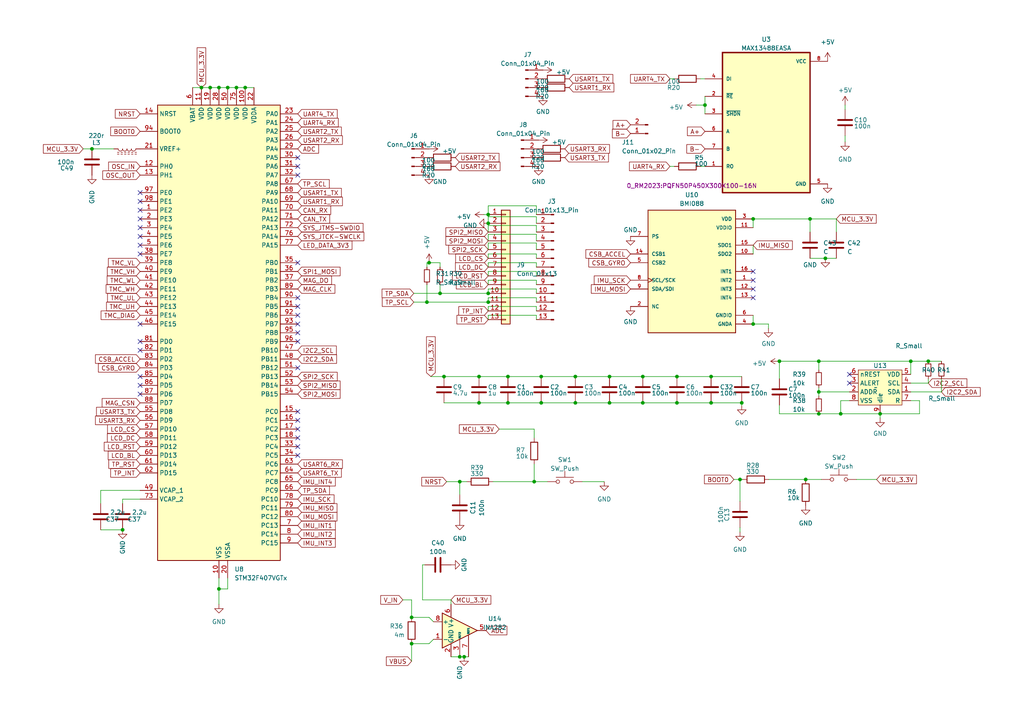
<source format=kicad_sch>
(kicad_sch (version 20230121) (generator eeschema)
  (paper "A4")
  (junction (at 60.96 25.4))
  (junction (at 233.68 139.065))
  (junction (at 138.938 109.22))
  (junction (at 141.605 85.09))
  (junction (at 133.35 139.7))
  (junction (at 243.84 120.015))
  (junction (at 234.95 63.5))
  (junction (at 35.56 153.67))
  (junction (at 166.878 116.84))
  (junction (at 218.44 93.98))
  (junction (at 206.248 116.84))
  (junction (at 68.58 25.4))
  (junction (at 214.63 139.065))
  (junction (at 66.04 25.4))
  (junction (at 71.12 25.4))
  (junction (at 237.49 120.015))
  (junction (at 63.5 25.4))
  (junction (at 147.32 109.22))
  (junction (at 166.878 109.22))
  (junction (at 154.94 139.7))
  (junction (at 196.342 116.84))
  (junction (at 123.825 87.63))
  (junction (at 26.67 43.18))
  (junction (at 141.605 87.63))
  (junction (at 58.42 25.4))
  (junction (at 127.635 85.09))
  (junction (at 264.16 104.775))
  (junction (at 119.38 179.07))
  (junction (at 186.436 116.84))
  (junction (at 133.35 190.5))
  (junction (at 128.778 109.22))
  (junction (at 226.06 104.775))
  (junction (at 156.972 109.22))
  (junction (at 269.24 104.775))
  (junction (at 239.395 74.93))
  (junction (at 119.38 186.69))
  (junction (at 141.605 64.77))
  (junction (at 138.938 116.84))
  (junction (at 206.248 109.22))
  (junction (at 63.5 170.815))
  (junction (at 124.46 76.2))
  (junction (at 147.32 116.84))
  (junction (at 237.49 104.775))
  (junction (at 134.62 190.5))
  (junction (at 255.27 120.015))
  (junction (at 141.605 62.23))
  (junction (at 176.784 116.84))
  (junction (at 215.138 116.84))
  (junction (at 176.784 109.22))
  (junction (at 196.342 109.22))
  (junction (at 218.44 63.5))
  (junction (at 237.49 113.665))
  (junction (at 204.47 30.48))
  (junction (at 156.972 116.84))
  (junction (at 186.436 109.22))
  (no_connect (at 86.36 86.36))
  (no_connect (at 86.36 45.72))
  (no_connect (at 40.64 58.42))
  (no_connect (at 40.64 63.5))
  (no_connect (at 40.64 71.12))
  (no_connect (at 218.44 78.74))
  (no_connect (at 40.64 99.06))
  (no_connect (at 218.44 86.36))
  (no_connect (at 40.64 101.6))
  (no_connect (at 86.36 76.2))
  (no_connect (at 86.36 99.06))
  (no_connect (at 246.38 111.125))
  (no_connect (at 86.36 121.92))
  (no_connect (at 86.36 129.54))
  (no_connect (at 246.38 108.585))
  (no_connect (at 86.36 91.44))
  (no_connect (at 218.44 81.28))
  (no_connect (at 40.64 66.04))
  (no_connect (at 40.64 93.98))
  (no_connect (at 218.44 83.82))
  (no_connect (at 86.36 119.38))
  (no_connect (at 86.36 132.08))
  (no_connect (at 40.64 55.88))
  (no_connect (at 40.64 73.66))
  (no_connect (at 86.36 50.8))
  (no_connect (at 40.64 68.58))
  (no_connect (at 40.64 60.96))
  (no_connect (at 40.64 109.22))
  (no_connect (at 86.36 96.52))
  (no_connect (at 40.64 114.3))
  (no_connect (at 86.36 88.9))
  (no_connect (at 86.36 93.98))
  (no_connect (at 40.64 111.76))
  (no_connect (at 86.36 106.68))
  (no_connect (at 86.36 48.26))
  (no_connect (at 86.36 127))
  (no_connect (at 86.36 124.46))
  (wire (pts (xy 119.38 179.07) (xy 124.46 179.07)))
  (wire (pts (xy 141.605 91.44) (xy 155.575 91.44)))
  (wire (pts (xy 138.938 116.84) (xy 147.32 116.84)))
  (wire (pts (xy 203.2 48.26) (xy 204.47 48.26)))
  (wire (pts (xy 255.27 120.015) (xy 243.84 120.015)))
  (wire (pts (xy 140.335 62.23) (xy 141.605 62.23)))
  (wire (pts (xy 155.575 70.485) (xy 155.575 72.39)))
  (wire (pts (xy 155.575 78.74) (xy 155.575 80.01)))
  (wire (pts (xy 141.605 70.485) (xy 155.575 70.485)))
  (wire (pts (xy 119.38 186.69) (xy 119.38 191.77)))
  (wire (pts (xy 130.81 190.5) (xy 133.35 190.5)))
  (wire (pts (xy 155.575 81.28) (xy 155.575 82.55)))
  (wire (pts (xy 266.7 120.015) (xy 266.7 116.205)))
  (wire (pts (xy 226.06 120.015) (xy 237.49 120.015)))
  (wire (pts (xy 123.825 87.63) (xy 141.605 87.63)))
  (wire (pts (xy 269.24 111.125) (xy 269.24 109.855)))
  (wire (pts (xy 123.825 82.55) (xy 123.825 87.63)))
  (wire (pts (xy 120.015 87.63) (xy 123.825 87.63)))
  (wire (pts (xy 264.16 111.125) (xy 269.24 111.125)))
  (wire (pts (xy 141.605 81.28) (xy 155.575 81.28)))
  (wire (pts (xy 141.605 73.66) (xy 155.575 73.66)))
  (wire (pts (xy 35.56 144.78) (xy 40.64 144.78)))
  (wire (pts (xy 124.968 109.22) (xy 128.778 109.22)))
  (wire (pts (xy 127.635 82.55) (xy 127.635 85.09)))
  (wire (pts (xy 147.32 109.22) (xy 156.972 109.22)))
  (wire (pts (xy 71.12 25.4) (xy 73.66 25.4)))
  (wire (pts (xy 264.16 104.775) (xy 264.16 108.585)))
  (wire (pts (xy 141.605 62.23) (xy 141.605 59.69)))
  (wire (pts (xy 237.49 104.775) (xy 264.16 104.775)))
  (wire (pts (xy 63.5 175.26) (xy 63.5 170.815)))
  (wire (pts (xy 128.778 109.22) (xy 138.938 109.22)))
  (wire (pts (xy 122.555 173.99) (xy 122.555 163.83)))
  (wire (pts (xy 194.31 48.26) (xy 195.58 48.26)))
  (wire (pts (xy 24.13 43.18) (xy 26.67 43.18)))
  (wire (pts (xy 206.248 116.84) (xy 215.138 116.84)))
  (wire (pts (xy 144.78 124.46) (xy 154.94 124.46)))
  (wire (pts (xy 201.93 30.48) (xy 204.47 30.48)))
  (wire (pts (xy 68.58 25.4) (xy 71.12 25.4)))
  (wire (pts (xy 155.575 86.36) (xy 155.575 87.63)))
  (wire (pts (xy 155.575 88.9) (xy 141.605 88.9)))
  (wire (pts (xy 242.57 63.5) (xy 242.57 67.31)))
  (wire (pts (xy 155.575 90.17) (xy 155.575 88.9)))
  (wire (pts (xy 239.395 74.93) (xy 242.57 74.93)))
  (wire (pts (xy 141.605 80.01) (xy 141.605 78.74)))
  (wire (pts (xy 245.11 30.48) (xy 245.11 31.75)))
  (wire (pts (xy 127.635 76.2) (xy 127.635 77.47)))
  (wire (pts (xy 237.49 112.395) (xy 237.49 113.665)))
  (wire (pts (xy 120.015 85.09) (xy 127.635 85.09)))
  (wire (pts (xy 130.81 173.99) (xy 122.555 173.99)))
  (wire (pts (xy 237.49 120.015) (xy 243.84 120.015)))
  (wire (pts (xy 264.16 113.665) (xy 273.05 113.665)))
  (wire (pts (xy 155.575 85.09) (xy 155.575 83.82)))
  (wire (pts (xy 218.44 71.12) (xy 218.44 73.66)))
  (wire (pts (xy 166.878 116.84) (xy 156.972 116.84)))
  (wire (pts (xy 147.32 116.84) (xy 156.972 116.84)))
  (wire (pts (xy 35.56 146.05) (xy 35.56 144.78)))
  (wire (pts (xy 166.878 109.22) (xy 176.784 109.22)))
  (wire (pts (xy 168.91 139.7) (xy 175.26 139.7)))
  (wire (pts (xy 234.95 74.93) (xy 239.395 74.93)))
  (wire (pts (xy 58.42 25.4) (xy 60.96 25.4)))
  (wire (pts (xy 141.605 62.865) (xy 155.575 62.865)))
  (wire (pts (xy 141.605 92.71) (xy 141.605 91.44)))
  (wire (pts (xy 214.63 145.415) (xy 214.63 139.065)))
  (wire (pts (xy 55.88 25.4) (xy 58.42 25.4)))
  (wire (pts (xy 133.35 139.7) (xy 135.382 139.7)))
  (wire (pts (xy 129.54 139.7) (xy 133.35 139.7)))
  (wire (pts (xy 154.94 134.62) (xy 154.94 139.7)))
  (wire (pts (xy 116.84 173.99) (xy 119.38 173.99)))
  (wire (pts (xy 124.46 76.2) (xy 123.825 76.2)))
  (wire (pts (xy 60.96 25.4) (xy 63.5 25.4)))
  (wire (pts (xy 248.412 139.065) (xy 254.254 139.065)))
  (wire (pts (xy 155.575 76.2) (xy 141.605 76.2)))
  (wire (pts (xy 141.605 69.85) (xy 141.605 67.945)))
  (wire (pts (xy 212.852 139.065) (xy 214.63 139.065)))
  (wire (pts (xy 214.63 154.305) (xy 214.63 153.035)))
  (wire (pts (xy 196.342 116.84) (xy 206.248 116.84)))
  (wire (pts (xy 215.138 117.602) (xy 215.138 116.84)))
  (wire (pts (xy 218.44 63.5) (xy 218.44 66.04)))
  (wire (pts (xy 237.49 113.665) (xy 246.38 113.665)))
  (wire (pts (xy 141.605 78.74) (xy 155.575 78.74)))
  (wire (pts (xy 141.605 74.93) (xy 141.605 73.66)))
  (wire (pts (xy 273.05 113.665) (xy 273.05 109.855)))
  (wire (pts (xy 186.436 109.22) (xy 196.342 109.22)))
  (wire (pts (xy 29.21 153.67) (xy 35.56 153.67)))
  (wire (pts (xy 66.04 25.4) (xy 68.58 25.4)))
  (wire (pts (xy 155.575 65.405) (xy 155.575 67.31)))
  (wire (pts (xy 176.784 116.84) (xy 166.878 116.84)))
  (wire (pts (xy 155.575 83.82) (xy 141.605 83.82)))
  (wire (pts (xy 176.784 109.22) (xy 186.436 109.22)))
  (wire (pts (xy 237.49 114.935) (xy 237.49 113.665)))
  (wire (pts (xy 226.06 104.775) (xy 237.49 104.775)))
  (wire (pts (xy 222.885 93.98) (xy 222.885 95.25)))
  (wire (pts (xy 154.94 139.7) (xy 158.75 139.7)))
  (wire (pts (xy 264.16 116.205) (xy 266.7 116.205)))
  (wire (pts (xy 119.38 173.99) (xy 119.38 179.07)))
  (wire (pts (xy 122.555 163.83) (xy 123.19 163.83)))
  (wire (pts (xy 218.44 63.5) (xy 234.95 63.5)))
  (wire (pts (xy 226.06 117.475) (xy 226.06 120.015)))
  (wire (pts (xy 226.06 104.775) (xy 226.06 109.855)))
  (wire (pts (xy 63.5 170.815) (xy 63.5 167.64)))
  (wire (pts (xy 127.635 85.09) (xy 141.605 85.09)))
  (wire (pts (xy 26.67 43.18) (xy 33.02 43.18)))
  (wire (pts (xy 255.27 121.285) (xy 255.27 120.015)))
  (wire (pts (xy 243.84 120.015) (xy 243.84 116.205)))
  (wire (pts (xy 206.248 109.22) (xy 215.138 109.22)))
  (wire (pts (xy 141.605 67.945) (xy 155.575 67.945)))
  (wire (pts (xy 203.2 22.86) (xy 204.47 22.86)))
  (wire (pts (xy 143.002 139.7) (xy 154.94 139.7)))
  (wire (pts (xy 155.575 59.69) (xy 155.575 62.23)))
  (wire (pts (xy 242.57 63.5) (xy 234.95 63.5)))
  (wire (pts (xy 141.605 59.69) (xy 155.575 59.69)))
  (wire (pts (xy 125.73 180.34) (xy 124.46 179.07)))
  (wire (pts (xy 234.95 63.5) (xy 234.95 67.31)))
  (wire (pts (xy 128.778 116.84) (xy 138.938 116.84)))
  (wire (pts (xy 119.38 186.69) (xy 124.46 186.69)))
  (wire (pts (xy 138.938 109.22) (xy 147.32 109.22)))
  (wire (pts (xy 125.73 185.42) (xy 124.46 186.69)))
  (wire (pts (xy 141.605 82.55) (xy 141.605 81.28)))
  (wire (pts (xy 130.81 173.99) (xy 130.81 175.26)))
  (wire (pts (xy 156.972 109.22) (xy 166.878 109.22)))
  (wire (pts (xy 141.605 76.2) (xy 141.605 77.47)))
  (wire (pts (xy 66.04 170.815) (xy 63.5 170.815)))
  (wire (pts (xy 214.63 139.065) (xy 215.392 139.065)))
  (wire (pts (xy 66.04 167.64) (xy 66.04 170.815)))
  (wire (pts (xy 29.21 142.24) (xy 40.64 142.24)))
  (wire (pts (xy 155.575 62.865) (xy 155.575 64.77)))
  (wire (pts (xy 233.68 139.065) (xy 238.252 139.065)))
  (wire (pts (xy 264.16 104.775) (xy 269.24 104.775)))
  (wire (pts (xy 29.21 146.05) (xy 29.21 142.24)))
  (wire (pts (xy 223.012 139.065) (xy 233.68 139.065)))
  (wire (pts (xy 269.24 104.775) (xy 273.05 104.775)))
  (wire (pts (xy 141.605 67.31) (xy 141.605 65.405)))
  (wire (pts (xy 243.84 116.205) (xy 246.38 116.205)))
  (wire (pts (xy 63.5 25.4) (xy 66.04 25.4)))
  (wire (pts (xy 155.575 67.945) (xy 155.575 69.85)))
  (wire (pts (xy 141.605 87.63) (xy 141.605 86.36)))
  (wire (pts (xy 245.11 39.37) (xy 245.11 41.148)))
  (wire (pts (xy 255.27 120.015) (xy 266.7 120.015)))
  (wire (pts (xy 133.35 139.7) (xy 133.35 143.51)))
  (wire (pts (xy 196.342 116.84) (xy 186.436 116.84)))
  (wire (pts (xy 196.342 109.22) (xy 206.248 109.22)))
  (wire (pts (xy 204.47 30.48) (xy 204.47 33.02)))
  (wire (pts (xy 194.31 22.86) (xy 195.58 22.86)))
  (wire (pts (xy 141.605 88.9) (xy 141.605 90.17)))
  (wire (pts (xy 134.62 190.5) (xy 135.89 190.5)))
  (wire (pts (xy 127.635 76.2) (xy 124.46 76.2)))
  (wire (pts (xy 204.47 27.94) (xy 204.47 30.48)))
  (wire (pts (xy 141.605 86.36) (xy 155.575 86.36)))
  (wire (pts (xy 218.44 91.44) (xy 218.44 93.98)))
  (wire (pts (xy 141.605 65.405) (xy 155.575 65.405)))
  (wire (pts (xy 155.575 91.44) (xy 155.575 92.71)))
  (wire (pts (xy 218.44 93.98) (xy 222.885 93.98)))
  (wire (pts (xy 123.825 76.2) (xy 123.825 77.47)))
  (wire (pts (xy 133.35 190.5) (xy 134.62 190.5)))
  (wire (pts (xy 141.605 64.77) (xy 141.605 62.865)))
  (wire (pts (xy 155.575 73.66) (xy 155.575 74.93)))
  (wire (pts (xy 186.436 116.84) (xy 176.784 116.84)))
  (wire (pts (xy 141.605 72.39) (xy 141.605 70.485)))
  (wire (pts (xy 237.49 104.775) (xy 237.49 107.315)))
  (wire (pts (xy 154.94 124.46) (xy 154.94 127)))
  (wire (pts (xy 141.605 83.82) (xy 141.605 85.09)))
  (wire (pts (xy 155.575 77.47) (xy 155.575 76.2)))
  (global_label "MAG_DO" (shape input) (at 86.36 81.28 0) (property "Intersheetrefs" "${INTERSHEET_REFS}" (effects hide)))
  (global_label "CSB_GYRO" (shape input) (at 182.88 76.2 180) (property "Intersheetrefs" "${INTERSHEET_REFS}" (effects hide)))
  (global_label "TMC_WH" (shape input) (at 40.64 83.82 180) (property "Intersheetrefs" "${INTERSHEET_REFS}" (effects hide)))
  (global_label "MCU_3.3V" (shape input) (at 144.78 124.46 180) (property "Intersheetrefs" "${INTERSHEET_REFS}" (effects hide)))
  (global_label "TMC_DIAG" (shape input) (at 40.64 91.44 180) (property "Intersheetrefs" "${INTERSHEET_REFS}" (effects hide)))
  (global_label "I2C2_SCL" (shape input) (at 269.24 111.125 0) (property "Intersheetrefs" "${INTERSHEET_REFS}" (effects hide)))
  (global_label "MCU_3.3V" (shape input) (at 242.57 63.5 0) (property "Intersheetrefs" "${INTERSHEET_REFS}" (effects hide)))
  (global_label "USART2_RX" (shape input) (at 86.36 40.64 0) (property "Intersheetrefs" "${INTERSHEET_REFS}" (effects hide)))
  (global_label "USART1_RX" (shape input) (at 165.1 25.4 0) (property "Intersheetrefs" "${INTERSHEET_REFS}" (effects hide)))
  (global_label "TP_INT" (shape input) (at 40.64 137.16 180) (property "Intersheetrefs" "${INTERSHEET_REFS}" (effects hide)))
  (global_label "IMU_INT4" (shape input) (at 86.36 139.7 0) (property "Intersheetrefs" "${INTERSHEET_REFS}" (effects hide)))
  (global_label "I2C2_SCL" (shape input) (at 86.36 101.6 0) (property "Intersheetrefs" "${INTERSHEET_REFS}" (effects hide)))
  (global_label "TMC_WL" (shape input) (at 40.64 81.28 180) (property "Intersheetrefs" "${INTERSHEET_REFS}" (effects hide)))
  (global_label "LCD_DC" (shape input) (at 40.64 127 180) (property "Intersheetrefs" "${INTERSHEET_REFS}" (effects hide)))
  (global_label "IMU_MOSI" (shape input) (at 182.88 83.82 180) (property "Intersheetrefs" "${INTERSHEET_REFS}" (effects hide)))
  (global_label "A+" (shape input) (at 204.47 38.1 180) (property "Intersheetrefs" "${INTERSHEET_REFS}" (effects hide)))
  (global_label "NRST" (shape input) (at 40.64 33.02 180) (property "Intersheetrefs" "${INTERSHEET_REFS}" (effects hide)))
  (global_label "SPI2_MISO" (shape input) (at 141.605 67.31 180) (property "Intersheetrefs" "${INTERSHEET_REFS}" (effects hide)))
  (global_label "SPI2_MOSI" (shape input) (at 141.605 69.85 180) (property "Intersheetrefs" "${INTERSHEET_REFS}" (effects hide)))
  (global_label "USART2_RX" (shape input) (at 132.08 48.26 0) (property "Intersheetrefs" "${INTERSHEET_REFS}" (effects hide)))
  (global_label "TMC_VL" (shape input) (at 40.64 76.2 180) (property "Intersheetrefs" "${INTERSHEET_REFS}" (effects hide)))
  (global_label "IMU_MOSI" (shape input) (at 86.36 149.86 0) (property "Intersheetrefs" "${INTERSHEET_REFS}" (effects hide)))
  (global_label "MAG_CLK" (shape input) (at 86.36 83.82 0) (property "Intersheetrefs" "${INTERSHEET_REFS}" (effects hide)))
  (global_label "SPI1_MOSI" (shape input) (at 86.36 78.74 0) (property "Intersheetrefs" "${INTERSHEET_REFS}" (effects hide)))
  (global_label "BOOT0" (shape input) (at 40.64 38.1 180) (property "Intersheetrefs" "${INTERSHEET_REFS}" (effects hide)))
  (global_label "CSB_ACCEL" (shape input) (at 40.64 104.14 180) (property "Intersheetrefs" "${INTERSHEET_REFS}" (effects hide)))
  (global_label "LCD_RST" (shape input) (at 40.64 129.54 180) (property "Intersheetrefs" "${INTERSHEET_REFS}" (effects hide)))
  (global_label "VBUS" (shape input) (at 119.38 191.77 180) (property "Intersheetrefs" "${INTERSHEET_REFS}" (effects hide)))
  (global_label "TP_SDA" (shape input) (at 120.015 85.09 180) (property "Intersheetrefs" "${INTERSHEET_REFS}" (effects hide)))
  (global_label "IMU_MISO" (shape input) (at 218.44 71.12 0) (property "Intersheetrefs" "${INTERSHEET_REFS}" (effects hide)))
  (global_label "B-" (shape input) (at 182.88 38.735 180) (property "Intersheetrefs" "${INTERSHEET_REFS}" (effects hide)))
  (global_label "CAN_RX" (shape input) (at 86.36 60.96 0) (property "Intersheetrefs" "${INTERSHEET_REFS}" (effects hide)))
  (global_label "USART2_TX" (shape input) (at 132.08 45.72 0) (property "Intersheetrefs" "${INTERSHEET_REFS}" (effects hide)))
  (global_label "USART3_TX" (shape input) (at 163.83 45.72 0) (property "Intersheetrefs" "${INTERSHEET_REFS}" (effects hide)))
  (global_label "TP_SCL" (shape input) (at 86.36 53.34 0) (property "Intersheetrefs" "${INTERSHEET_REFS}" (effects hide)))
  (global_label "USART3_RX" (shape input) (at 40.64 121.92 180) (property "Intersheetrefs" "${INTERSHEET_REFS}" (effects hide)))
  (global_label "SPI2_SCK" (shape input) (at 141.605 72.39 180) (property "Intersheetrefs" "${INTERSHEET_REFS}" (effects hide)))
  (global_label "TP_RST" (shape input) (at 141.605 92.71 180) (property "Intersheetrefs" "${INTERSHEET_REFS}" (effects hide)))
  (global_label "SYS_JTMS-SWDIO" (shape input) (at 86.36 66.04 0) (property "Intersheetrefs" "${INTERSHEET_REFS}" (effects hide)))
  (global_label "LCD_CS" (shape input) (at 40.64 124.46 180) (property "Intersheetrefs" "${INTERSHEET_REFS}" (effects hide)))
  (global_label "SPI2_MOSI" (shape input) (at 86.36 114.3 0) (property "Intersheetrefs" "${INTERSHEET_REFS}" (effects hide)))
  (global_label "USART1_RX" (shape input) (at 86.36 58.42 0) (property "Intersheetrefs" "${INTERSHEET_REFS}" (effects hide)))
  (global_label "IMU_MISO" (shape input) (at 86.36 147.32 0) (property "Intersheetrefs" "${INTERSHEET_REFS}" (effects hide)))
  (global_label "UART4_TX" (shape input) (at 194.31 22.86 180) (property "Intersheetrefs" "${INTERSHEET_REFS}" (effects hide)))
  (global_label "USART6_TX" (shape input) (at 86.36 137.16 0) (property "Intersheetrefs" "${INTERSHEET_REFS}" (effects hide)))
  (global_label "A+" (shape input) (at 182.88 36.195 180) (property "Intersheetrefs" "${INTERSHEET_REFS}" (effects hide)))
  (global_label "B-" (shape input) (at 204.47 43.18 180) (property "Intersheetrefs" "${INTERSHEET_REFS}" (effects hide)))
  (global_label "TMC_UL" (shape input) (at 40.64 86.36 180) (property "Intersheetrefs" "${INTERSHEET_REFS}" (effects hide)))
  (global_label "IMU_INT1" (shape input) (at 86.36 152.4 0) (property "Intersheetrefs" "${INTERSHEET_REFS}" (effects hide)))
  (global_label "UART4_RX" (shape input) (at 194.31 48.26 180) (property "Intersheetrefs" "${INTERSHEET_REFS}" (effects hide)))
  (global_label "TP_INT" (shape input) (at 141.605 90.17 180) (property "Intersheetrefs" "${INTERSHEET_REFS}" (effects hide)))
  (global_label "LCD_RST" (shape input) (at 141.605 80.01 180) (property "Intersheetrefs" "${INTERSHEET_REFS}" (effects hide)))
  (global_label "IMU_SCK" (shape input) (at 182.88 81.28 180) (property "Intersheetrefs" "${INTERSHEET_REFS}" (effects hide)))
  (global_label "NRST" (shape input) (at 129.54 139.7 180) (property "Intersheetrefs" "${INTERSHEET_REFS}" (effects hide)))
  (global_label "USART3_RX" (shape input) (at 163.83 43.18 0) (property "Intersheetrefs" "${INTERSHEET_REFS}" (effects hide)))
  (global_label "CAN_TX" (shape input) (at 86.36 63.5 0) (property "Intersheetrefs" "${INTERSHEET_REFS}" (effects hide)))
  (global_label "UART4_RX" (shape input) (at 86.36 35.56 0) (property "Intersheetrefs" "${INTERSHEET_REFS}" (effects hide)))
  (global_label "TP_RST" (shape input) (at 40.64 134.62 180) (property "Intersheetrefs" "${INTERSHEET_REFS}" (effects hide)))
  (global_label "LCD_DC" (shape input) (at 141.605 77.47 180) (property "Intersheetrefs" "${INTERSHEET_REFS}" (effects hide)))
  (global_label "OSC_OUT" (shape input) (at 40.64 50.8 180) (property "Intersheetrefs" "${INTERSHEET_REFS}" (effects hide)))
  (global_label "CSB_GYRO" (shape input) (at 40.64 106.68 180) (property "Intersheetrefs" "${INTERSHEET_REFS}" (effects hide)))
  (global_label "LED_DATA_3V3" (shape input) (at 86.36 71.12 0) (property "Intersheetrefs" "${INTERSHEET_REFS}" (effects hide)))
  (global_label "MCU_3.3V" (shape input) (at 124.968 109.22 90) (property "Intersheetrefs" "${INTERSHEET_REFS}" (effects hide)))
  (global_label "SPI2_MISO" (shape input) (at 86.36 111.76 0) (property "Intersheetrefs" "${INTERSHEET_REFS}" (effects hide)))
  (global_label "USART1_TX" (shape input) (at 86.36 55.88 0) (property "Intersheetrefs" "${INTERSHEET_REFS}" (effects hide)))
  (global_label "MAG_CSN" (shape input) (at 40.64 116.84 180) (property "Intersheetrefs" "${INTERSHEET_REFS}" (effects hide)))
  (global_label "USART1_TX" (shape input) (at 165.1 22.86 0) (property "Intersheetrefs" "${INTERSHEET_REFS}" (effects hide)))
  (global_label "MCU_3.3V" (shape input) (at 254.254 139.065 0) (property "Intersheetrefs" "${INTERSHEET_REFS}" (effects hide)))
  (global_label "LCD_CS" (shape input) (at 141.605 74.93 180) (property "Intersheetrefs" "${INTERSHEET_REFS}" (effects hide)))
  (global_label "MCU_3.3V" (shape input) (at 24.13 43.18 180) (property "Intersheetrefs" "${INTERSHEET_REFS}" (effects hide)))
  (global_label "I2C2_SDA" (shape input) (at 273.05 113.665 0) (property "Intersheetrefs" "${INTERSHEET_REFS}" (effects hide)))
  (global_label "SPI2_SCK" (shape input) (at 86.36 109.22 0) (property "Intersheetrefs" "${INTERSHEET_REFS}" (effects hide)))
  (global_label "CSB_ACCEL" (shape input) (at 182.88 73.66 180) (property "Intersheetrefs" "${INTERSHEET_REFS}" (effects hide)))
  (global_label "IMU_INT2" (shape input) (at 86.36 154.94 0) (property "Intersheetrefs" "${INTERSHEET_REFS}" (effects hide)))
  (global_label "LCD_BL" (shape input) (at 141.605 82.55 180) (property "Intersheetrefs" "${INTERSHEET_REFS}" (effects hide)))
  (global_label "MCU_3.3V" (shape input) (at 130.81 173.99 0) (property "Intersheetrefs" "${INTERSHEET_REFS}" (effects hide)))
  (global_label "USART3_TX" (shape input) (at 40.64 119.38 180) (property "Intersheetrefs" "${INTERSHEET_REFS}" (effects hide)))
  (global_label "ADC" (shape input) (at 86.36 43.18 0) (property "Intersheetrefs" "${INTERSHEET_REFS}" (effects hide)))
  (global_label "BOOT0" (shape input) (at 212.852 139.065 180) (property "Intersheetrefs" "${INTERSHEET_REFS}" (effects hide)))
  (global_label "V_IN" (shape input) (at 116.84 173.99 180) (property "Intersheetrefs" "${INTERSHEET_REFS}" (effects hide)))
  (global_label "OSC_IN" (shape input) (at 40.64 48.26 180) (property "Intersheetrefs" "${INTERSHEET_REFS}" (effects hide)))
  (global_label "USART2_TX" (shape input) (at 86.36 38.1 0) (property "Intersheetrefs" "${INTERSHEET_REFS}" (effects hide)))
  (global_label "IMU_INT3" (shape input) (at 86.36 157.48 0) (property "Intersheetrefs" "${INTERSHEET_REFS}" (effects hide)))
  (global_label "MCU_3.3V" (shape input) (at 58.42 25.4 90) (property "Intersheetrefs" "${INTERSHEET_REFS}" (effects hide)))
  (global_label "TMC_VH" (shape input) (at 40.64 78.74 180) (property "Intersheetrefs" "${INTERSHEET_REFS}" (effects hide)))
  (global_label "TMC_UH" (shape input) (at 40.64 88.9 180) (property "Intersheetrefs" "${INTERSHEET_REFS}" (effects hide)))
  (global_label "SYS_JTCK-SWCLK" (shape input) (at 86.36 68.58 0) (property "Intersheetrefs" "${INTERSHEET_REFS}" (effects hide)))
  (global_label "IMU_SCK" (shape input) (at 86.36 144.78 0) (property "Intersheetrefs" "${INTERSHEET_REFS}" (effects hide)))
  (global_label "I2C2_SDA" (shape input) (at 86.36 104.14 0) (property "Intersheetrefs" "${INTERSHEET_REFS}" (effects hide)))
  (global_label "ADC" (shape input) (at 140.97 182.88 0) (property "Intersheetrefs" "${INTERSHEET_REFS}" (effects hide)))
  (global_label "UART4_TX" (shape input) (at 86.36 33.02 0) (property "Intersheetrefs" "${INTERSHEET_REFS}" (effects hide)))
  (global_label "USART6_RX" (shape input) (at 86.36 134.62 0) (property "Intersheetrefs" "${INTERSHEET_REFS}" (effects hide)))
  (global_label "TP_SCL" (shape input) (at 120.015 87.63 180) (property "Intersheetrefs" "${INTERSHEET_REFS}" (effects hide)))
  (global_label "TP_SDA" (shape input) (at 86.36 142.24 0) (property "Intersheetrefs" "${INTERSHEET_REFS}" (effects hide)))
  (global_label "LCD_BL" (shape input) (at 40.64 132.08 180) (property "Intersheetrefs" "${INTERSHEET_REFS}" (effects hide)))
  (symbol (lib_id "Device:C") (at 29.21 149.86 180) (unit 1)
    (property "Reference" "C37" (at 34.544 150.622 0) (effects (justify left)))
    (property "Value" "2.2u" (at 36.322 148.59 0) (effects (justify left)))
    (property "Footprint" "Capacitor_SMD:C_0603_1608Metric" (effects hide))
    (instances (project "ELEC3300_DEMO" (path "" (reference "C37") (unit 1)) (path "" (reference "C58") (unit 1))))
  )
  (symbol (lib_id "Device:R") (at 199.39 48.26 90) (unit 1)
    (property "Reference" "R5" (at 201.422 45.72 90) (effects (justify right)))
    (property "Value" "100" (at 201.422 47.498 90) (effects (justify right)))
    (property "Footprint" "Resistor_SMD:R_0603_1608Metric" (effects hide))
    (instances (project "clock_board" (path "" (reference "R5") (unit 1))) (project "ELEC3300_DEMO" (path "" (reference "R16") (unit 1)) (path "" (reference "R35") (unit 1))))
  )
  (symbol (lib_id "Device:C") (at 156.972 113.03 0) (unit 1)
    (property "Reference" "C2" (at 159.512 112.268 0) (effects (justify left)))
    (property "Value" "100n" (at 159.512 114.046 0) (effects (justify left)))
    (property "Footprint" "Capacitor_SMD:C_0603_1608Metric" (effects hide))
    (instances (project "ELEC3300_DEMO" (path "" (reference "C2") (unit 1)) (path "" (reference "C47") (unit 1))))
  )
  (symbol (lib_id "Device:R") (at 161.29 25.4 270) (unit 1)
    (property "Reference" "R20" (at 159.258 27.94 90) (effects (justify right)))
    (property "Value" "100" (at 159.258 26.162 90) (effects (justify right)))
    (property "Footprint" "Resistor_SMD:R_0603_1608Metric" (effects hide))
    (instances (project "clock_board" (path "" (reference "R20") (unit 1))) (project "ELEC3300_DEMO" (path "" (reference "R17") (unit 1)) (path "" (reference "R49") (unit 1))))
  )
  (symbol (lib_id "power:GND") (at 130.81 163.83 90) (unit 1)
    (property "Reference" "#PWR0111" (effects hide))
    (property "Value" "GND" (at 134.62 163.83 0))
    (instances (project "ELEC3300-Final_Project" (path "" (reference "#PWR0111") (unit 1))) (project "ELEC3300_DEMO" (path "" (reference "#PWR082") (unit 1))))
  )
  (symbol (lib_id "Device:R_Small") (at 269.24 107.315 0) (unit 1)
    (property "Reference" "R40" (at 267.335 107.315 0) (effects (justify left)))
    (property "Value" "R_Small" (at 259.715 100.33 0) (effects (justify left)))
    (property "Footprint" "Resistor_SMD:R_0603_1608Metric" (effects hide))
  )
  (symbol (lib_id "power:GND") (at 215.138 117.602 0) (unit 1)
    (property "Reference" "#PWR018" (effects hide))
    (property "Value" "GND" (at 215.138 122.682 0))
    (instances (project "ELEC3300_DEMO" (path "" (reference "#PWR018") (unit 1)) (path "" (reference "#PWR064") (unit 1))))
  )
  (symbol (lib_id "Device:C") (at 166.878 113.03 0) (unit 1)
    (property "Reference" "C3" (at 169.418 112.268 0) (effects (justify left)))
    (property "Value" "100n" (at 169.418 114.046 0) (effects (justify left)))
    (property "Footprint" "Capacitor_SMD:C_0603_1608Metric" (effects hide))
    (instances (project "ELEC3300_DEMO" (path "" (reference "C3") (unit 1)) (path "" (reference "C48") (unit 1))))
  )
  (symbol (lib_id "power:GND") (at 134.62 190.5 0) (unit 1)
    (property "Reference" "#PWR0114" (effects hide))
    (property "Value" "GND" (at 133.35 193.04 90) (effects (justify right)))
    (instances (project "ELEC3300-Final_Project" (path "" (reference "#PWR0114") (unit 1))) (project "ELEC3300_DEMO" (path "" (reference "#PWR083") (unit 1))))
  )
  (symbol (lib_name "GND_5") (lib_id "power:GND") (at 239.395 74.93 0) (mirror y) (unit 1)
    (property "Reference" "#PWR060" (effects hide))
    (property "Value" "GND" (at 234.95 76.835 0))
  )
  (symbol (lib_name "GND_3") (lib_id "power:GND") (at 156.21 48.26 0) (unit 1)
    (property "Reference" "#PWR037" (effects hide))
    (property "Value" "GND" (at 156.21 52.705 0))
  )
  (symbol (lib_id "BMI088:BMI088") (at 200.66 78.74 0) (unit 1)
    (property "Reference" "U10" (at 200.66 56.515 0))
    (property "Value" "BMI088" (at 200.66 59.055 0))
    (property "Footprint" "0_RM2023:PQFN50P450X300X100-16N" (at 200.66 54.61 0) (effects (justify bottom)))
    (property "MP" "BMI088" (effects hide))
    (property "PURCHASE-URL" "https://pricing.snapeda.com/search/part/BMI088/?ref=eda" (effects hide))
    (property "AVAILABILITY" "In Stock" (effects hide))
    (property "PRICE" "None" (effects hide))
    (property "PACKAGE" "VFLGA-16 Bosch Sensortec" (effects hide))
    (property "DESCRIPTION" "Accelerometer, Gyroscope, 6 Axis Sensor I²C, SPI Output" (effects hide))
    (property "MF" "Bosch Sensortec" (effects hide))
  )
  (symbol (lib_id "Device:R_Small") (at 237.49 109.855 180) (unit 1)
    (property "Reference" "R39" (at 229.87 108.585 0) (effects (justify right)))
    (property "Value" "10k" (at 229.87 111.125 0) (effects (justify right)))
    (property "Footprint" "Resistor_SMD:R_0603_1608Metric" (effects hide))
  )
  (symbol (lib_id "power:+5V") (at 245.11 30.48 0) (unit 1)
    (property "Reference" "#PWR018" (effects hide))
    (property "Value" "+5V" (at 245.11 26.162 0))
    (instances (project "clock_board" (path "" (reference "#PWR018") (unit 1))) (project "ELEC3300_DEMO" (path "" (reference "#PWR067") (unit 1)) (path "" (reference "#PWR071") (unit 1))))
  )
  (symbol (lib_id "Device:R") (at 119.38 182.88 0) (unit 1)
    (property "Reference" "R36" (at 113.03 181.61 0) (effects (justify left)))
    (property "Value" "4m" (at 114.3 184.15 0) (effects (justify left)))
    (property "Footprint" "Resistor_SMD:R_2512_6332Metric" (effects hide))
    (instances (project "ELEC3300-Final_Project" (path "" (reference "R36") (unit 1))) (project "ELEC3300_DEMO" (path "" (reference "R50") (unit 1))))
  )
  (symbol (lib_id "power:+5V") (at 124.46 76.2 0) (unit 1)
    (property "Reference" "#PWR029" (effects hide))
    (property "Value" "+5V" (at 123.825 72.39 90) (effects (justify left)))
    (instances (project "ELEC3300_DEMO" (path "" (reference "#PWR029") (unit 1)) (path "" (reference "#PWR04") (unit 1))))
  )
  (symbol (lib_name "GND_7") (lib_id "power:GND") (at 182.88 68.58 0) (unit 1)
    (property "Reference" "#PWR063" (effects hide))
    (property "Value" "GND" (at 182.88 66.675 0))
  )
  (symbol (lib_name "GND_6") (lib_id "power:GND") (at 222.885 95.25 0) (unit 1)
    (property "Reference" "#PWR061" (effects hide))
    (property "Value" "GND" (at 222.885 99.695 0))
  )
  (symbol (lib_id "Connector:Conn_01x13_Pin") (at 160.655 77.47 0) (mirror y) (unit 1)
    (property "Reference" "J3" (at 160.02 58.42 0))
    (property "Value" "Conn_01x13_Pin" (at 160.02 60.96 0))
    (property "Footprint" "Connector_PinHeader_2.54mm:PinHeader_1x13_P2.54mm_Vertical" (effects hide))
  )
  (symbol (lib_id "power:GND") (at 245.11 41.148 0) (unit 1)
    (property "Reference" "#PWR019" (effects hide))
    (property "Value" "GND" (at 245.11 46.228 0))
    (instances (project "clock_board" (path "" (reference "#PWR019") (unit 1))) (project "ELEC3300_DEMO" (path "" (reference "#PWR068") (unit 1)) (path "" (reference "#PWR075") (unit 1))))
  )
  (symbol (lib_id "Device:R") (at 161.29 22.86 270) (unit 1)
    (property "Reference" "R20" (at 159.258 25.4 90) (effects (justify right)))
    (property "Value" "100" (at 159.258 23.622 90) (effects (justify right)))
    (property "Footprint" "Resistor_SMD:R_0603_1608Metric" (effects hide))
    (instances (project "clock_board" (path "" (reference "R20") (unit 1))) (project "ELEC3300_DEMO" (path "" (reference "R17") (unit 1)) (path "" (reference "R48") (unit 1))))
  )
  (symbol (lib_id "Device:R") (at 160.02 43.18 270) (unit 1)
    (property "Reference" "R20" (at 157.988 45.72 90) (effects (justify right)))
    (property "Value" "100" (at 157.988 43.942 90) (effects (justify right)))
    (property "Footprint" "Resistor_SMD:R_0603_1608Metric" (effects hide))
    (instances (project "clock_board" (path "" (reference "R20") (unit 1))) (project "ELEC3300_DEMO" (path "" (reference "R17") (unit 1)) (path "" (reference "R46") (unit 1))))
  )
  (symbol (lib_id "Device:C") (at 176.784 113.03 0) (unit 1)
    (property "Reference" "C4" (at 179.324 112.268 0) (effects (justify left)))
    (property "Value" "100n" (at 179.324 114.046 0) (effects (justify left)))
    (property "Footprint" "Capacitor_SMD:C_0603_1608Metric" (effects hide))
    (instances (project "ELEC3300_DEMO" (path "" (reference "C4") (unit 1)) (path "" (reference "C49") (unit 1))))
  )
  (symbol (lib_id "Device:C") (at 147.32 113.03 0) (unit 1)
    (property "Reference" "C1" (at 149.86 112.268 0) (effects (justify left)))
    (property "Value" "100n" (at 149.86 114.046 0) (effects (justify left)))
    (property "Footprint" "Capacitor_SMD:C_0603_1608Metric" (effects hide))
    (instances (project "ELEC3300_DEMO" (path "" (reference "C1") (unit 1)) (path "" (reference "C46") (unit 1))))
  )
  (symbol (lib_name "GND_1") (lib_id "power:GND") (at 63.5 175.26 0) (mirror y) (unit 1)
    (property "Reference" "#PWR05" (effects hide))
    (property "Value" "GND" (at 63.5 180.34 0))
  )
  (symbol (lib_id "Device:C") (at 245.11 35.56 0) (unit 1)
    (property "Reference" "C10" (at 247.65 34.798 0) (effects (justify left)))
    (property "Value" "100n" (at 247.65 36.576 0) (effects (justify left)))
    (property "Footprint" "Capacitor_SMD:C_0603_1608Metric" (effects hide))
    (instances (project "clock_board" (path "" (reference "C10") (unit 1))) (project "ELEC3300_DEMO" (path "" (reference "C10") (unit 1)) (path "" (reference "C61") (unit 1))))
  )
  (symbol (lib_name "GND_3") (lib_id "power:GND") (at 124.46 50.8 0) (unit 1)
    (property "Reference" "#PWR022" (effects hide))
    (property "Value" "GND" (at 127.635 52.705 0))
  )
  (symbol (lib_id "Device:C") (at 215.138 113.03 0) (unit 1)
    (property "Reference" "C7" (at 217.678 112.268 0) (effects (justify left)))
    (property "Value" "100n" (at 217.678 114.046 0) (effects (justify left)))
    (property "Footprint" "Capacitor_SMD:C_0603_1608Metric" (effects hide))
    (instances (project "ELEC3300_DEMO" (path "" (reference "C7") (unit 1)) (path "" (reference "C53") (unit 1))))
  )
  (symbol (lib_id "power:GND") (at 26.67 50.8 0) (unit 1)
    (property "Reference" "#PWR0146" (effects hide))
    (property "Value" "GND" (at 26.67 57.15 90))
    (instances (project "ELEC3300_DEMO" (path "" (reference "#PWR0146") (unit 1)) (path "" (reference "#PWR041") (unit 1))))
  )
  (symbol (lib_id "Device:R") (at 219.202 139.065 270) (unit 1)
    (property "Reference" "R28" (at 216.408 135.001 90) (effects (justify left)))
    (property "Value" "330" (at 216.408 136.779 90) (effects (justify left)))
    (property "Footprint" "Resistor_SMD:R_0603_1608Metric" (effects hide))
    (instances (project "ELEC3300_DEMO" (path "" (reference "R28") (unit 1)) (path "" (reference "R9") (unit 1))))
  )
  (symbol (lib_id "Device:R_Small") (at 127.635 80.01 0) (unit 1)
    (property "Reference" "R30" (at 130.175 79.375 0) (effects (justify left)))
    (property "Value" "R_Small" (at 130.175 81.915 0) (effects (justify left)))
    (property "Footprint" "Resistor_SMD:R_0603_1608Metric" (effects hide))
  )
  (symbol (lib_id "power:+5V") (at 157.48 20.32 270) (unit 1)
    (property "Reference" "#PWR029" (effects hide))
    (property "Value" "+5V" (at 161.29 20.955 90) (effects (justify left)))
    (instances (project "ELEC3300_DEMO" (path "" (reference "#PWR029") (unit 1)) (path "" (reference "#PWR020") (unit 1))))
  )
  (symbol (lib_id "power:GND") (at 240.03 53.34 0) (unit 1)
    (property "Reference" "#PWR013" (effects hide))
    (property "Value" "GND" (at 240.03 58.42 0))
    (instances (project "clock_board" (path "" (reference "#PWR013") (unit 1))) (project "ELEC3300_DEMO" (path "" (reference "#PWR084") (unit 1)) (path "" (reference "#PWR069") (unit 1))))
  )
  (symbol (lib_id "power:GND") (at 233.68 146.685 0) (unit 1)
    (property "Reference" "#PWR0122" (effects hide))
    (property "Value" "GND" (at 233.68 151.765 0))
    (instances (project "ELEC3300_DEMO" (path "" (reference "#PWR0122") (unit 1)) (path "" (reference "#PWR044") (unit 1))))
  )
  (symbol (lib_id "Connector:Conn_01x04_Pin") (at 152.4 22.86 0) (unit 1)
    (property "Reference" "J7" (at 153.035 15.875 0))
    (property "Value" "Conn_01x04_Pin" (at 153.035 18.415 0))
    (property "Footprint" "Connector_PinHeader_2.54mm:PinHeader_1x04_P2.54mm_Vertical" (effects hide))
  )
  (symbol (lib_id "Device:R_Small") (at 273.05 107.315 0) (unit 1)
    (property "Reference" "R41" (at 271.78 107.315 0) (effects (justify left)))
    (property "Value" "R_Small" (at 269.24 115.57 0) (effects (justify left)))
    (property "Footprint" "Resistor_SMD:R_0603_1608Metric" (effects hide))
  )
  (symbol (lib_id "Device:C") (at 138.938 113.03 0) (unit 1)
    (property "Reference" "C8" (at 141.478 112.268 0) (effects (justify left)))
    (property "Value" "1u" (at 141.478 114.046 0) (effects (justify left)))
    (property "Footprint" "Capacitor_SMD:C_0603_1608Metric" (effects hide))
    (instances (project "ELEC3300_DEMO" (path "" (reference "C8") (unit 1)) (path "" (reference "C45") (unit 1))))
  )
  (symbol (lib_id "Device:C") (at 128.778 113.03 0) (unit 1)
    (property "Reference" "C9" (at 131.318 112.268 0) (effects (justify left)))
    (property "Value" "4.7u" (at 131.318 114.046 0) (effects (justify left)))
    (property "Footprint" "Capacitor_SMD:C_0603_1608Metric" (effects hide))
    (instances (project "ELEC3300_DEMO" (path "" (reference "C9") (unit 1)) (path "" (reference "C44") (unit 1))))
  )
  (symbol (lib_id "0_RM2023:MAX13488EASA") (at 222.25 35.56 0) (unit 1)
    (property "Reference" "U3" (at 222.25 11.43 0))
    (property "Value" "MAX13488EASA" (at 222.25 13.97 0))
    (property "Footprint" "Package_SO:SOIC-8_3.9x4.9mm_P1.27mm" (effects hide))
    (instances (project "clock_board" (path "" (reference "U3") (unit 1))) (project "ELEC3300_DEMO" (path "" (reference "U8") (unit 1)) (path "" (reference "U12") (unit 1))))
  )
  (symbol (lib_id "Device:C") (at 234.95 71.12 180) (unit 1)
    (property "Reference" "C43" (at 238.76 70.485 0) (effects (justify right)))
    (property "Value" "C" (at 238.76 73.025 0) (effects (justify right)))
    (property "Footprint" "Capacitor_SMD:C_0603_1608Metric" (effects hide))
  )
  (symbol (lib_name "GND_3") (lib_id "power:GND") (at 157.48 27.94 0) (unit 1)
    (property "Reference" "#PWR025" (effects hide))
    (property "Value" "GND" (at 157.48 32.385 0))
  )
  (symbol (lib_id "power:+5V") (at 124.46 43.18 270) (unit 1)
    (property "Reference" "#PWR029" (effects hide))
    (property "Value" "+5V" (at 128.27 43.815 90) (effects (justify left)))
    (instances (project "ELEC3300_DEMO" (path "" (reference "#PWR029") (unit 1)) (path "" (reference "#PWR014") (unit 1))))
  )
  (symbol (lib_id "Device:R_Small") (at 123.825 80.01 0) (unit 1)
    (property "Reference" "R31" (at 126.365 79.375 0) (effects (justify left)))
    (property "Value" "R_Small" (at 126.365 81.915 0) (effects (justify left)))
    (property "Footprint" "Resistor_SMD:R_0603_1608Metric" (effects hide))
  )
  (symbol (lib_id "power:GND") (at 175.26 139.7 0) (unit 1)
    (property "Reference" "#PWR024" (effects hide))
    (property "Value" "GND" (at 175.26 144.78 0))
    (instances (project "ELEC3300_DEMO" (path "" (reference "#PWR024") (unit 1)) (path "" (reference "#PWR067") (unit 1))))
  )
  (symbol (lib_id "Switch:SW_Push") (at 163.83 139.7 0) (unit 1)
    (property "Reference" "SW1" (at 163.83 133.35 0))
    (property "Value" "SW_Push" (at 163.83 135.89 0))
    (property "Footprint" "Button_Switch_SMD:SW_Push_1P1T_NO_CK_KMR2" (effects hide))
  )
  (symbol (lib_id "Device:R_Small") (at 237.49 117.475 180) (unit 1)
    (property "Reference" "R38" (at 229.87 116.205 0) (effects (justify right)))
    (property "Value" "10k" (at 229.87 118.745 0) (effects (justify right)))
    (property "Footprint" "Resistor_SMD:R_0603_1608Metric" (effects hide))
  )
  (symbol (lib_id "Switch:SW_Push") (at 243.332 139.065 0) (unit 1)
    (property "Reference" "SW2" (at 243.332 132.715 0))
    (property "Value" "SW_Push" (at 243.332 135.255 0))
    (property "Footprint" "Button_Switch_SMD:SW_Push_1P1T_NO_CK_KMR2" (effects hide))
  )
  (symbol (lib_id "Device:R") (at 199.39 22.86 270) (unit 1)
    (property "Reference" "R20" (at 197.358 25.4 90) (effects (justify right)))
    (property "Value" "100" (at 197.358 23.622 90) (effects (justify right)))
    (property "Footprint" "Resistor_SMD:R_0603_1608Metric" (effects hide))
    (instances (project "clock_board" (path "" (reference "R20") (unit 1))) (project "ELEC3300_DEMO" (path "" (reference "R17") (unit 1)) (path "" (reference "R10") (unit 1))))
  )
  (symbol (lib_id "power:+5V") (at 140.335 62.23 90) (unit 1)
    (property "Reference" "#PWR029" (effects hide))
    (property "Value" "+5V" (at 136.525 62.865 90) (effects (justify left)))
    (instances (project "ELEC3300_DEMO" (path "" (reference "#PWR029") (unit 1)) (path "" (reference "#PWR042") (unit 1))))
  )
  (symbol (lib_id "power:GND") (at 214.63 154.305 0) (unit 1)
    (property "Reference" "#PWR0109" (effects hide))
    (property "Value" "GND" (at 214.63 159.385 0))
    (instances (project "ELEC3300_DEMO" (path "" (reference "#PWR0109") (unit 1)) (path "" (reference "#PWR033") (unit 1))))
  )
  (symbol (lib_id "MCU_ST_STM32F4:STM32F407VGTx") (at 63.5 96.52 0) (unit 1)
    (property "Reference" "U8" (at 67.9959 165.1 0) (effects (justify left)))
    (property "Value" "STM32F407VGTx" (at 67.9959 167.64 0) (effects (justify left)))
    (property "Footprint" "Package_QFP:LQFP-100_14x14mm_P0.5mm" (effects hide))
    (property "Datasheet" "https://www.st.com/resource/en/datasheet/stm32f407vg.pdf" (effects hide))
  )
  (symbol (lib_id "Connector_Generic:Conn_01x13") (at 146.685 77.47 0) (unit 1)
    (property "Reference" "J9" (at 149.86 76.835 0) (effects (justify left)))
    (property "Value" "Conn_01x13" (at 149.86 79.375 0) (effects (justify left)))
    (property "Footprint" "Connector_Molex:Molex_PicoBlade_53047-1310_1x13_P1.25mm_Vertical" (effects hide))
  )
  (symbol (lib_id "Device:C") (at 26.67 46.99 180) (unit 1)
    (property "Reference" "C49" (at 21.336 48.768 0) (effects (justify left)))
    (property "Value" "100n" (at 21.59 46.99 0) (effects (justify left)))
    (property "Footprint" "Capacitor_SMD:C_0603_1608Metric" (effects hide))
    (instances (project "ELEC3300_DEMO" (path "" (reference "C49") (unit 1)) (path "" (reference "C60") (unit 1))))
  )
  (symbol (lib_id "Device:R") (at 154.94 130.81 0) (unit 1)
    (property "Reference" "R7" (at 149.606 130.556 0) (effects (justify left)))
    (property "Value" "10k" (at 149.606 132.334 0) (effects (justify left)))
    (property "Footprint" "Resistor_SMD:R_0603_1608Metric" (effects hide))
    (instances (project "ELEC3300_DEMO" (path "" (reference "R7") (unit 1)) (path "" (reference "R33") (unit 1))))
  )
  (symbol (lib_id "Connector:Conn_01x04_Pin") (at 119.38 45.72 0) (unit 1)
    (property "Reference" "J6" (at 120.015 39.37 0))
    (property "Value" "Conn_01x04_Pin" (at 120.015 41.91 0))
    (property "Footprint" "Connector_PinHeader_2.54mm:PinHeader_1x04_P2.54mm_Vertical" (effects hide))
  )
  (symbol (lib_id "power:+5V") (at 201.93 30.48 90) (unit 1)
    (property "Reference" "#PWR011" (effects hide))
    (property "Value" "+5V" (at 198.12 31.115 90) (effects (justify left)))
    (instances (project "clock_board" (path "" (reference "#PWR011") (unit 1))) (project "ELEC3300_DEMO" (path "" (reference "#PWR087") (unit 1)) (path "" (reference "#PWR052") (unit 1))))
  )
  (symbol (lib_name "GND_6") (lib_id "power:GND") (at 255.27 121.285 0) (unit 1)
    (property "Reference" "#PWR013" (effects hide))
    (property "Value" "GND" (at 255.27 125.73 0))
  )
  (symbol (lib_id "Device:R") (at 128.27 48.26 270) (unit 1)
    (property "Reference" "R20" (at 126.238 50.8 90) (effects (justify right)))
    (property "Value" "100" (at 126.238 49.022 90) (effects (justify right)))
    (property "Footprint" "Resistor_SMD:R_0603_1608Metric" (effects hide))
    (instances (project "clock_board" (path "" (reference "R20") (unit 1))) (project "ELEC3300_DEMO" (path "" (reference "R17") (unit 1)) (path "" (reference "R45") (unit 1))))
  )
  (symbol (lib_id "power:GND") (at 35.56 153.67 0) (unit 1)
    (property "Reference" "#PWR0141" (effects hide))
    (property "Value" "GND" (at 35.56 158.75 90))
    (instances (project "ELEC3300_DEMO" (path "" (reference "#PWR0141") (unit 1)) (path "" (reference "#PWR030") (unit 1))))
  )
  (symbol (lib_id "power:+5V") (at 226.06 104.775 90) (unit 1)
    (property "Reference" "#PWR029" (effects hide))
    (property "Value" "+5V" (at 222.25 105.41 90) (effects (justify left)))
    (instances (project "ELEC3300_DEMO" (path "" (reference "#PWR029") (unit 1)) (path "" (reference "#PWR021") (unit 1))))
  )
  (symbol (lib_id "Device:C") (at 214.63 149.225 0) (unit 1)
    (property "Reference" "C13" (at 210.82 151.257 90) (effects (justify left)))
    (property "Value" "100n" (at 209.042 151.765 90) (effects (justify left)))
    (property "Footprint" "Capacitor_SMD:C_0603_1608Metric" (effects hide))
    (instances (project "ELEC3300_DEMO" (path "" (reference "C13") (unit 1)) (path "" (reference "C59") (unit 1))))
  )
  (symbol (lib_id "Device:R") (at 139.192 139.7 270) (unit 1)
    (property "Reference" "R39" (at 136.398 135.636 90) (effects (justify left)))
    (property "Value" "330" (at 136.398 137.414 90) (effects (justify left)))
    (property "Footprint" "Resistor_SMD:R_0603_1608Metric" (effects hide))
    (instances (project "ELEC3300_DEMO" (path "" (reference "R39") (unit 1)) (path "" (reference "R8") (unit 1))))
  )
  (symbol (lib_id "Connector:Conn_01x02_Pin") (at 187.96 38.735 180) (unit 1)
    (property "Reference" "J11" (at 180.34 41.275 0) (effects (justify right)))
    (property "Value" "Conn_01x02_Pin" (at 180.34 43.815 0) (effects (justify right)))
    (property "Footprint" "BMI088:padSmall2" (effects hide))
  )
  (symbol (lib_id "power:GND") (at 133.35 151.13 0) (unit 1)
    (property "Reference" "#PWR0142" (effects hide))
    (property "Value" "GND" (at 133.35 156.21 0))
    (instances (project "ELEC3300_DEMO" (path "" (reference "#PWR0142") (unit 1)) (path "" (reference "#PWR03") (unit 1))))
  )
  (symbol (lib_id "Device:C") (at 226.06 113.665 0) (unit 1)
    (property "Reference" "C7" (at 228.6 112.903 0) (effects (justify left)))
    (property "Value" "100n" (at 228.6 114.681 0) (effects (justify left)))
    (property "Footprint" "Capacitor_SMD:C_0603_1608Metric" (effects hide))
    (instances (project "ELEC3300_DEMO" (path "" (reference "C7") (unit 1)) (path "" (reference "C62") (unit 1))))
  )
  (symbol (lib_name "GND_7") (lib_id "power:GND") (at 182.88 88.9 0) (unit 1)
    (property "Reference" "#PWR062" (effects hide))
    (property "Value" "GND" (at 182.88 93.345 0))
  )
  (symbol (lib_id "0_extension:SHT30") (at 255.27 112.395 0) (unit 1)
    (property "Reference" "U13" (at 255.27 106.045 0))
    (property "Value" "~" (at 254 112.395 0))
    (property "Footprint" "Package_DFN_QFN:DFN-8-1EP_2x2mm_P0.5mm_EP0.9x1.6mm" (effects hide))
  )
  (symbol (lib_id "Device:C") (at 133.35 147.32 180) (unit 1)
    (property "Reference" "C11" (at 137.16 145.288 90) (effects (justify left)))
    (property "Value" "100n" (at 139.7 144.78 90) (effects (justify left)))
    (property "Footprint" "Capacitor_SMD:C_0603_1608Metric" (effects hide))
    (instances (project "ELEC3300_DEMO" (path "" (reference "C11") (unit 1)) (path "" (reference "C9") (unit 1))))
  )
  (symbol (lib_id "Device:C") (at 127 163.83 90) (unit 1)
    (property "Reference" "C40" (at 127 157.48 90))
    (property "Value" "100n" (at 127 160.02 90))
    (property "Footprint" "Capacitor_SMD:C_0603_1608Metric" (effects hide))
    (instances (project "ELEC3300-Final_Project" (path "" (reference "C40") (unit 1))) (project "ELEC3300_DEMO" (path "" (reference "C64") (unit 1))))
  )
  (symbol (lib_id "Device:L_Ferrite") (at 36.83 43.18 270) (unit 1)
    (property "Reference" "L3" (at 27.94 41.402 90))
    (property "Value" "220r" (at 27.94 39.37 90))
    (property "Footprint" "Inductor_SMD:L_0603_1608Metric" (effects hide))
  )
  (symbol (lib_id "power:+5V") (at 156.21 40.64 270) (unit 1)
    (property "Reference" "#PWR029" (effects hide))
    (property "Value" "+5V" (at 160.02 41.275 90) (effects (justify left)))
    (instances (project "ELEC3300_DEMO" (path "" (reference "#PWR029") (unit 1)) (path "" (reference "#PWR019") (unit 1))))
  )
  (symbol (lib_id "Device:C") (at 206.248 113.03 0) (unit 1)
    (property "Reference" "C32" (at 208.788 112.268 0) (effects (justify left)))
    (property "Value" "100n" (at 208.788 114.046 0) (effects (justify left)))
    (property "Footprint" "Capacitor_SMD:C_0603_1608Metric" (effects hide))
    (instances (project "ELEC3300_DEMO" (path "" (reference "C32") (unit 1)) (path "" (reference "C52") (unit 1))))
  )
  (symbol (lib_id "Device:C") (at 35.56 149.86 180) (unit 1)
    (property "Reference" "C37" (at 40.894 150.622 0) (effects (justify left)))
    (property "Value" "2.2u" (at 42.672 148.59 0) (effects (justify left)))
    (property "Footprint" "Capacitor_SMD:C_0603_1608Metric" (effects hide))
    (instances (project "ELEC3300_DEMO" (path "" (reference "C37") (unit 1)) (path "" (reference "C57") (unit 1))))
  )
  (symbol (lib_id "Device:C") (at 242.57 71.12 180) (unit 1)
    (property "Reference" "C42" (at 245.745 70.485 0) (effects (justify right)))
    (property "Value" "C" (at 245.745 73.025 0) (effects (justify right)))
    (property "Footprint" "Capacitor_SMD:C_0603_1608Metric" (effects hide))
  )
  (symbol (lib_id "power:+5V") (at 240.03 17.78 0) (unit 1)
    (property "Reference" "#PWR012" (effects hide))
    (property "Value" "+5V" (at 240.03 12.192 0))
    (instances (project "clock_board" (path "" (reference "#PWR012") (unit 1))) (project "ELEC3300_DEMO" (path "" (reference "#PWR086") (unit 1)) (path "" (reference "#PWR065") (unit 1))))
  )
  (symbol (lib_id "Device:C") (at 196.342 113.03 0) (unit 1)
    (property "Reference" "C6" (at 198.882 112.268 0) (effects (justify left)))
    (property "Value" "100n" (at 198.882 114.046 0) (effects (justify left)))
    (property "Footprint" "Capacitor_SMD:C_0603_1608Metric" (effects hide))
    (instances (project "ELEC3300_DEMO" (path "" (reference "C6") (unit 1)) (path "" (reference "C51") (unit 1))))
  )
  (symbol (lib_id "Device:R") (at 160.02 45.72 270) (unit 1)
    (property "Reference" "R20" (at 157.988 48.26 90) (effects (justify right)))
    (property "Value" "100" (at 157.988 46.482 90) (effects (justify right)))
    (property "Footprint" "Resistor_SMD:R_0603_1608Metric" (effects hide))
    (instances (project "clock_board" (path "" (reference "R20") (unit 1))) (project "ELEC3300_DEMO" (path "" (reference "R17") (unit 1)) (path "" (reference "R47") (unit 1))))
  )
  (symbol (lib_id "Amplifier_Current:INA282") (at 133.35 182.88 0) (unit 1)
    (property "Reference" "U14" (at 143.51 179.4511 0))
    (property "Value" "INA282" (at 143.51 181.9911 0))
    (property "Footprint" "Package_SO:SOIC-8_3.9x4.9mm_P1.27mm" (effects hide))
    (property "Datasheet" "http://www.ti.com/lit/ds/symlink/ina282.pdf" (effects hide))
  )
  (symbol (lib_id "Device:C") (at 186.436 113.03 0) (unit 1)
    (property "Reference" "C5" (at 188.976 112.268 0) (effects (justify left)))
    (property "Value" "100n" (at 188.976 114.046 0) (effects (justify left)))
    (property "Footprint" "Capacitor_SMD:C_0603_1608Metric" (effects hide))
    (instances (project "ELEC3300_DEMO" (path "" (reference "C5") (unit 1)) (path "" (reference "C50") (unit 1))))
  )
  (symbol (lib_name "GND_4") (lib_id "power:GND") (at 141.605 64.77 270) (unit 1)
    (property "Reference" "#PWR053" (effects hide))
    (property "Value" "GND" (at 138.43 65.405 90) (effects (justify right)))
  )
  (symbol (lib_id "Device:R") (at 233.68 142.875 0) (unit 1)
    (property "Reference" "R6" (at 228.346 142.621 0) (effects (justify left)))
    (property "Value" "10k" (at 228.346 144.399 0) (effects (justify left)))
    (property "Footprint" "Resistor_SMD:R_0603_1608Metric" (effects hide))
    (instances (project "ELEC3300_DEMO" (path "" (reference "R6") (unit 1)) (path "" (reference "R24") (unit 1))))
  )
  (symbol (lib_id "Connector:Conn_01x04_Pin") (at 151.13 43.18 0) (unit 1)
    (property "Reference" "J8" (at 151.765 36.195 0))
    (property "Value" "Conn_01x04_Pin" (at 151.765 38.735 0))
    (property "Footprint" "Connector_PinHeader_2.54mm:PinHeader_1x04_P2.54mm_Vertical" (effects hide))
  )
  (symbol (lib_id "Device:R") (at 128.27 45.72 270) (unit 1)
    (property "Reference" "R20" (at 126.238 48.26 90) (effects (justify right)))
    (property "Value" "100" (at 126.238 46.482 90) (effects (justify right)))
    (property "Footprint" "Resistor_SMD:R_0603_1608Metric" (effects hide))
    (instances (project "clock_board" (path "" (reference "R20") (unit 1))) (project "ELEC3300_DEMO" (path "" (reference "R17") (unit 1)) (path "" (reference "R27") (unit 1))))
  )
)
</source>
